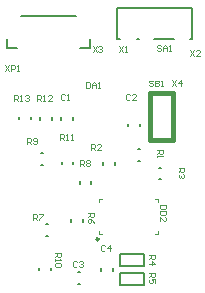
<source format=gto>
G04 Layer_Color=65535*
%FSLAX25Y25*%
%MOIN*%
G70*
G01*
G75*
%ADD23C,0.01000*%
%ADD27C,0.00787*%
%ADD28C,0.01575*%
%ADD29C,0.00394*%
D23*
X364036Y303248D02*
G03*
X364036Y303248I-355J0D01*
G01*
D27*
X356988Y288386D02*
X357776D01*
X356988Y292323D02*
X357776D01*
X348031Y292913D02*
Y293701D01*
X344094Y292913D02*
Y293701D01*
X377165Y333366D02*
X377953D01*
X377165Y329429D02*
X377953D01*
X371260Y298130D02*
X379134D01*
X371260Y294193D02*
Y298130D01*
X379134Y294193D02*
Y298130D01*
X371260Y294193D02*
X379134D01*
X364862Y292717D02*
Y293504D01*
X368799Y292717D02*
Y293504D01*
X371260Y291929D02*
X379134D01*
X371260Y287992D02*
Y291929D01*
X379134Y287992D02*
Y291929D01*
X371260Y287992D02*
X379134D01*
X355610Y328150D02*
Y328937D01*
X351673Y328150D02*
Y328937D01*
X344685Y327953D02*
X345472D01*
X344685Y331890D02*
X345472D01*
X373819Y340945D02*
Y341732D01*
X377756Y340945D02*
Y341732D01*
X395276Y370079D02*
Y380217D01*
X370177Y370079D02*
Y380217D01*
X395276D01*
X382480Y370079D02*
X389173D01*
X376870D02*
X377362D01*
X394488D02*
X395276D01*
X370177D02*
X371260D01*
X338287Y377756D02*
X356398D01*
X357972Y366831D02*
X361122D01*
Y369882D01*
X333563Y366831D02*
X336713D01*
X333563D02*
Y369882D01*
X384154Y323130D02*
X384941D01*
X384154Y327067D02*
X384941D01*
X369390Y328051D02*
Y328839D01*
X365453Y328051D02*
Y328839D01*
X361614Y321752D02*
Y322539D01*
X357677Y321752D02*
Y322539D01*
X354823Y309055D02*
Y309842D01*
X358760Y309055D02*
Y309842D01*
X346457Y304331D02*
X347244D01*
X346457Y308268D02*
X347244D01*
X341339Y343110D02*
Y343898D01*
X337402Y343110D02*
Y343898D01*
X344390Y343012D02*
Y343799D01*
X348327Y343012D02*
Y343799D01*
X351378Y343012D02*
Y343799D01*
X355315Y343012D02*
Y343799D01*
D28*
X381004Y352067D02*
X388878D01*
X381004Y336319D02*
Y352067D01*
Y336319D02*
X388878D01*
Y352067D01*
D29*
X364075Y304921D02*
X365158D01*
X364075D02*
Y305906D01*
Y316732D02*
X365059D01*
X364075Y315748D02*
Y316732D01*
X382874Y304921D02*
X383760D01*
Y305906D01*
Y315748D02*
Y316732D01*
X382874D02*
X383760D01*
X384875Y367683D02*
X384547Y368011D01*
X383891D01*
X383563Y367683D01*
Y367355D01*
X383891Y367027D01*
X384547D01*
X384875Y366699D01*
Y366371D01*
X384547Y366043D01*
X383891D01*
X383563Y366371D01*
X385531Y366043D02*
Y367355D01*
X386187Y368011D01*
X386843Y367355D01*
Y366043D01*
Y367027D01*
X385531D01*
X387499Y366043D02*
X388155D01*
X387827D01*
Y368011D01*
X387499Y367683D01*
X332972Y361121D02*
X334284Y359154D01*
Y361121D02*
X332972Y359154D01*
X334940D02*
Y361121D01*
X335924D01*
X336252Y360793D01*
Y360138D01*
X335924Y359809D01*
X334940D01*
X336908Y359154D02*
X337564D01*
X337236D01*
Y361121D01*
X336908Y360793D01*
X388484Y356200D02*
X389796Y354232D01*
Y356200D02*
X388484Y354232D01*
X391436D02*
Y356200D01*
X390452Y355216D01*
X391764D01*
X361996Y367595D02*
X363308Y365627D01*
Y367595D02*
X361996Y365627D01*
X363964Y367267D02*
X364292Y367595D01*
X364948D01*
X365276Y367267D01*
Y366939D01*
X364948Y366611D01*
X364620D01*
X364948D01*
X365276Y366283D01*
Y365955D01*
X364948Y365627D01*
X364292D01*
X363964Y365955D01*
X394587Y366141D02*
X395899Y364173D01*
Y366141D02*
X394587Y364173D01*
X397866D02*
X396554D01*
X397866Y365485D01*
Y365813D01*
X397538Y366141D01*
X396883D01*
X396554Y365813D01*
X370850Y367595D02*
X372162Y365627D01*
Y367595D02*
X370850Y365627D01*
X372818D02*
X373474D01*
X373146D01*
Y367595D01*
X372818Y367267D01*
X382119Y355774D02*
X381791Y356102D01*
X381135D01*
X380807Y355774D01*
Y355446D01*
X381135Y355118D01*
X381791D01*
X382119Y354790D01*
Y354462D01*
X381791Y354134D01*
X381135D01*
X380807Y354462D01*
X382775Y356102D02*
Y354134D01*
X383759D01*
X384087Y354462D01*
Y354790D01*
X383759Y355118D01*
X382775D01*
X383759D01*
X384087Y355446D01*
Y355774D01*
X383759Y356102D01*
X382775D01*
X384743Y354134D02*
X385399D01*
X385071D01*
Y356102D01*
X384743Y355774D01*
X335827Y349311D02*
Y351279D01*
X336811D01*
X337139Y350951D01*
Y350295D01*
X336811Y349967D01*
X335827D01*
X336483D02*
X337139Y349311D01*
X337795D02*
X338451D01*
X338123D01*
Y351279D01*
X337795Y350951D01*
X339435D02*
X339762Y351279D01*
X340418D01*
X340746Y350951D01*
Y350623D01*
X340418Y350295D01*
X340090D01*
X340418D01*
X340746Y349967D01*
Y349639D01*
X340418Y349311D01*
X339762D01*
X339435Y349639D01*
X343504Y349213D02*
Y351181D01*
X344488D01*
X344816Y350852D01*
Y350197D01*
X344488Y349869D01*
X343504D01*
X344160D02*
X344816Y349213D01*
X345472D02*
X346128D01*
X345800D01*
Y351181D01*
X345472Y350852D01*
X348424Y349213D02*
X347112D01*
X348424Y350524D01*
Y350852D01*
X348096Y351181D01*
X347440D01*
X347112Y350852D01*
X351278Y336324D02*
Y338292D01*
X352262D01*
X352590Y337964D01*
Y337308D01*
X352262Y336980D01*
X351278D01*
X351934D02*
X352590Y336324D01*
X353246D02*
X353902D01*
X353574D01*
Y338292D01*
X353246Y337964D01*
X354886Y336324D02*
X355542D01*
X355214D01*
Y338292D01*
X354886Y337964D01*
X349606Y298721D02*
X351574D01*
Y297737D01*
X351246Y297409D01*
X350590D01*
X350262Y297737D01*
Y298721D01*
Y298064D02*
X349606Y297409D01*
Y296753D02*
Y296097D01*
Y296425D01*
X351574D01*
X351246Y296753D01*
Y295113D02*
X351574Y294785D01*
Y294129D01*
X351246Y293801D01*
X349934D01*
X349606Y294129D01*
Y294785D01*
X349934Y295113D01*
X351246D01*
X340089Y335039D02*
Y337007D01*
X341073D01*
X341401Y336679D01*
Y336023D01*
X341073Y335695D01*
X340089D01*
X340745D02*
X341401Y335039D01*
X342057Y335367D02*
X342385Y335039D01*
X343041D01*
X343369Y335367D01*
Y336679D01*
X343041Y337007D01*
X342385D01*
X342057Y336679D01*
Y336351D01*
X342385Y336023D01*
X343369D01*
X357972Y327559D02*
Y329527D01*
X358956D01*
X359284Y329199D01*
Y328543D01*
X358956Y328215D01*
X357972D01*
X358628D02*
X359284Y327559D01*
X359940Y329199D02*
X360268Y329527D01*
X360924D01*
X361252Y329199D01*
Y328871D01*
X360924Y328543D01*
X361252Y328215D01*
Y327887D01*
X360924Y327559D01*
X360268D01*
X359940Y327887D01*
Y328215D01*
X360268Y328543D01*
X359940Y328871D01*
Y329199D01*
X360268Y328543D02*
X360924D01*
X342126Y309646D02*
Y311613D01*
X343110D01*
X343438Y311286D01*
Y310630D01*
X343110Y310302D01*
X342126D01*
X342782D02*
X343438Y309646D01*
X344094Y311613D02*
X345406D01*
Y311286D01*
X344094Y309974D01*
Y309646D01*
X360531Y311811D02*
X362499D01*
Y310827D01*
X362171Y310499D01*
X361515D01*
X361187Y310827D01*
Y311811D01*
Y311155D02*
X360531Y310499D01*
X362499Y308531D02*
X362171Y309187D01*
X361515Y309843D01*
X360859D01*
X360531Y309515D01*
Y308859D01*
X360859Y308531D01*
X361187D01*
X361515Y308859D01*
Y309843D01*
X380807Y291929D02*
X382775D01*
Y290945D01*
X382447Y290617D01*
X381791D01*
X381463Y290945D01*
Y291929D01*
Y291273D02*
X380807Y290617D01*
X382775Y288649D02*
Y289961D01*
X381791D01*
X382119Y289305D01*
Y288977D01*
X381791Y288649D01*
X381135D01*
X380807Y288977D01*
Y289633D01*
X381135Y289961D01*
X380906Y297933D02*
X382873D01*
Y296949D01*
X382545Y296621D01*
X381889D01*
X381561Y296949D01*
Y297933D01*
Y297277D02*
X380906Y296621D01*
Y294981D02*
X382873D01*
X381889Y295965D01*
Y294653D01*
X390650Y326870D02*
X392618D01*
Y325886D01*
X392289Y325558D01*
X391634D01*
X391306Y325886D01*
Y326870D01*
Y326214D02*
X390650Y325558D01*
X392289Y324902D02*
X392618Y324574D01*
Y323918D01*
X392289Y323590D01*
X391962D01*
X391634Y323918D01*
Y324246D01*
Y323918D01*
X391306Y323590D01*
X390978D01*
X390650Y323918D01*
Y324574D01*
X390978Y324902D01*
X361614Y332972D02*
Y334940D01*
X362598D01*
X362926Y334612D01*
Y333956D01*
X362598Y333628D01*
X361614D01*
X362270D02*
X362926Y332972D01*
X364894D02*
X363582D01*
X364894Y334284D01*
Y334612D01*
X364566Y334940D01*
X363910D01*
X363582Y334612D01*
X383563Y333071D02*
X385531D01*
Y332087D01*
X385203Y331759D01*
X384547D01*
X384219Y332087D01*
Y333071D01*
Y332415D02*
X383563Y331759D01*
Y331103D02*
Y330447D01*
Y330775D01*
X385531D01*
X385203Y331103D01*
X386515Y314665D02*
X384547D01*
Y313681D01*
X384875Y313353D01*
X386187D01*
X386515Y313681D01*
Y314665D01*
Y312698D02*
X384547D01*
Y311714D01*
X384875Y311386D01*
X386187D01*
X386515Y311714D01*
Y312698D01*
X384547Y309418D02*
Y310730D01*
X385859Y309418D01*
X386187D01*
X386515Y309746D01*
Y310402D01*
X386187Y310730D01*
X359881Y355685D02*
Y353718D01*
X360865D01*
X361193Y354046D01*
Y355358D01*
X360865Y355685D01*
X359881D01*
X361849Y353718D02*
Y355030D01*
X362505Y355685D01*
X363161Y355030D01*
Y353718D01*
Y354701D01*
X361849D01*
X363817Y353718D02*
X364473D01*
X364145D01*
Y355685D01*
X363817Y355358D01*
X366272Y301049D02*
X365945Y301377D01*
X365289D01*
X364961Y301049D01*
Y299737D01*
X365289Y299410D01*
X365945D01*
X366272Y299737D01*
X367912Y299410D02*
Y301377D01*
X366929Y300393D01*
X368240D01*
X356922Y295734D02*
X356594Y296062D01*
X355938D01*
X355610Y295734D01*
Y294423D01*
X355938Y294094D01*
X356594D01*
X356922Y294423D01*
X357578Y295734D02*
X357906Y296062D01*
X358562D01*
X358890Y295734D01*
Y295406D01*
X358562Y295078D01*
X358234D01*
X358562D01*
X358890Y294750D01*
Y294423D01*
X358562Y294094D01*
X357906D01*
X357578Y294423D01*
X374379Y351179D02*
X374051Y351507D01*
X373395D01*
X373067Y351179D01*
Y349867D01*
X373395Y349539D01*
X374051D01*
X374379Y349867D01*
X376347Y349539D02*
X375035D01*
X376347Y350851D01*
Y351179D01*
X376019Y351507D01*
X375363D01*
X375035Y351179D01*
X352887Y351345D02*
X352559Y351673D01*
X351903D01*
X351575Y351345D01*
Y350033D01*
X351903Y349705D01*
X352559D01*
X352887Y350033D01*
X353543Y349705D02*
X354199D01*
X353871D01*
Y351673D01*
X353543Y351345D01*
M02*

</source>
